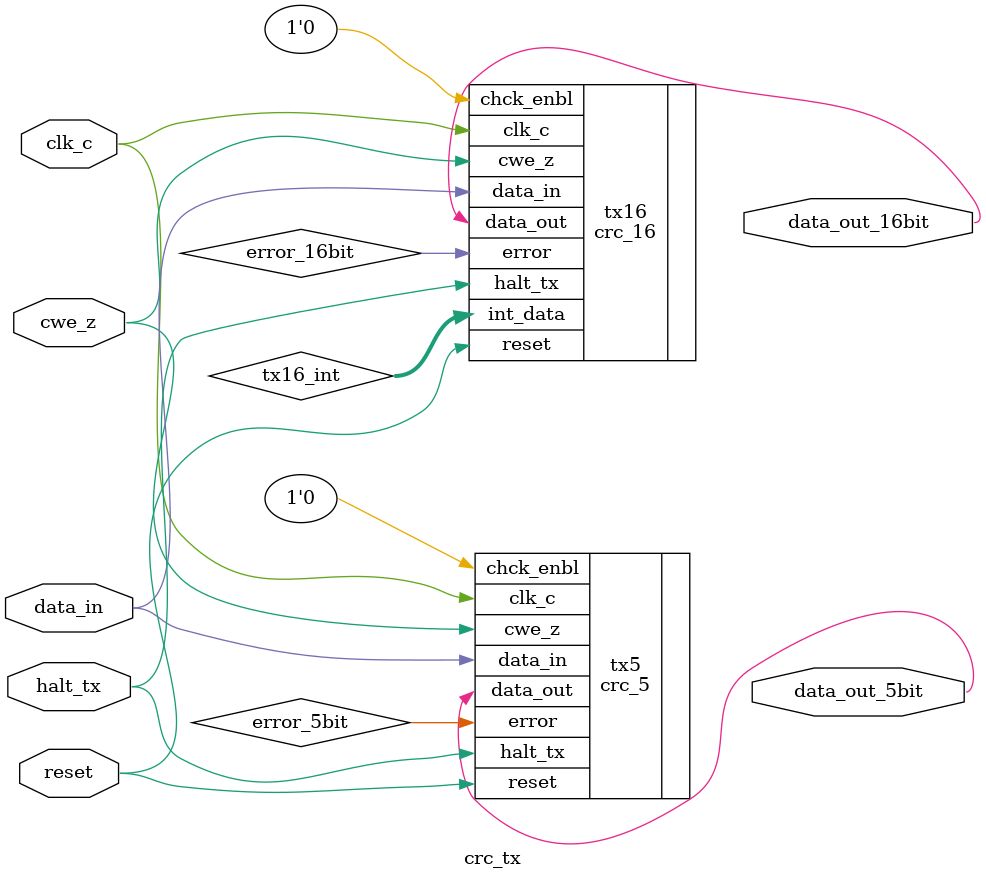
<source format=v>
`timescale 1ns / 10ps

 
module  crc_tx(clk_c,reset,halt_tx,cwe_z,data_in,data_out_5bit,
			data_out_16bit);

input   clk_c;                  // clock
input   reset;                  // active high reset
input   halt_tx;                // active high clk disable signal
input   cwe_z;                  // enable check data
input   data_in;                // 1 bit of data input
output  data_out_5bit;          // 1 bit of data output
output  data_out_16bit;         // 1 bit of data output

wire error_5bit;
wire error_16bit;
wire	[15:0] tx16_int;

// **************************************
// *** INSTANTIATION OF SUB MODULES   ***
// **************************************
crc_5 tx5(
        .clk_c(clk_c),
        .reset(reset),
        .halt_tx(halt_tx),
        .cwe_z(cwe_z),
        .chck_enbl(1'b0),
        .data_in(data_in),
        .data_out(data_out_5bit),
        .error(error_5bit));

crc_16 tx16(
        .clk_c(clk_c),
        .reset(reset),
        .halt_tx(halt_tx),
        .cwe_z(cwe_z),
        .chck_enbl(1'b0),
        .data_in(data_in),
        .data_out(data_out_16bit),
        .int_data(tx16_int),	
        .error(error_16bit));

endmodule


</source>
